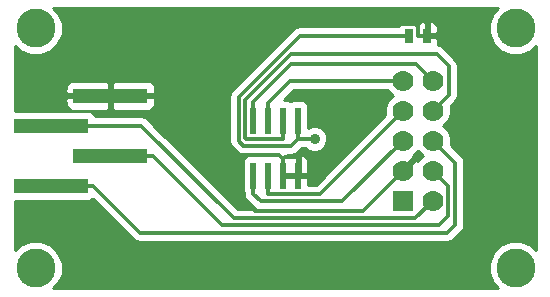
<source format=gtl>
G04 #@! TF.FileFunction,Copper,L1,Top,Signal*
%FSLAX46Y46*%
G04 Gerber Fmt 4.6, Leading zero omitted, Abs format (unit mm)*
G04 Created by KiCad (PCBNEW 4.0.4-stable) date 06/20/17 10:55:23*
%MOMM*%
%LPD*%
G01*
G04 APERTURE LIST*
%ADD10C,0.150000*%
%ADD11R,6.350000X1.270000*%
%ADD12C,3.302000*%
%ADD13R,0.500380X2.250440*%
%ADD14R,0.635000X1.143000*%
%ADD15R,1.778000X1.778000*%
%ADD16C,1.778000*%
%ADD17C,0.889000*%
%ADD18C,0.304800*%
%ADD19C,0.254000*%
G04 APERTURE END LIST*
D10*
D11*
X130815080Y-66675000D03*
X135884920Y-64135000D03*
X130815080Y-61595000D03*
X135884920Y-59055000D03*
D12*
X170180000Y-53340000D03*
X129540000Y-53340000D03*
X170180000Y-73660000D03*
X129540000Y-73660000D03*
D13*
X147955000Y-61175900D03*
X149225000Y-61175900D03*
X150495000Y-61175900D03*
X151765000Y-61175900D03*
X147955000Y-65826640D03*
X149225000Y-65826640D03*
X150495000Y-65826640D03*
X151765000Y-65826640D03*
D14*
X161163000Y-53975000D03*
X162687000Y-53975000D03*
D15*
X160655000Y-67945000D03*
D16*
X163195000Y-67945000D03*
X160655000Y-65405000D03*
X163195000Y-65405000D03*
X160655000Y-62865000D03*
X163195000Y-62865000D03*
X160655000Y-60325000D03*
X163195000Y-60325000D03*
X160655000Y-57785000D03*
X163195000Y-57785000D03*
D17*
X153172160Y-62715140D03*
D18*
X151765000Y-62715140D02*
X151198580Y-63281560D01*
X151198580Y-63281560D02*
X147137120Y-63281560D01*
X147137120Y-63281560D02*
X146723100Y-62867540D01*
X146723100Y-62867540D02*
X146723100Y-59141360D01*
X146723100Y-59141360D02*
X151889460Y-53975000D01*
X151889460Y-53975000D02*
X161163000Y-53975000D01*
X151765000Y-62715140D02*
X153172160Y-62715140D01*
X151765000Y-61175900D02*
X151765000Y-62715140D01*
X150495000Y-62715140D02*
X147373340Y-62715140D01*
X147373340Y-62715140D02*
X147289520Y-62631320D01*
X147289520Y-62631320D02*
X147289520Y-59443620D01*
X147289520Y-59443620D02*
X151203660Y-55529480D01*
X151203660Y-55529480D02*
X163497260Y-55529480D01*
X163497260Y-55529480D02*
X164533580Y-56565800D01*
X164533580Y-56565800D02*
X164533580Y-58986420D01*
X164533580Y-58986420D02*
X163195000Y-60325000D01*
X150495000Y-61175900D02*
X150495000Y-62715140D01*
X147955000Y-65826640D02*
X147955000Y-67365880D01*
X160655000Y-62865000D02*
X155521660Y-67998340D01*
X155521660Y-67998340D02*
X148587460Y-67998340D01*
X148587460Y-67998340D02*
X147955000Y-67365880D01*
X149225000Y-65826640D02*
X149225000Y-67365880D01*
X160655000Y-60325000D02*
X153614120Y-67365880D01*
X153614120Y-67365880D02*
X149225000Y-67365880D01*
X149225000Y-59636660D02*
X151076660Y-57785000D01*
X151076660Y-57785000D02*
X160655000Y-57785000D01*
X149225000Y-61175900D02*
X149225000Y-59636660D01*
X147955000Y-61175900D02*
X147955000Y-59580780D01*
X147955000Y-59580780D02*
X151157940Y-56377840D01*
X151157940Y-56377840D02*
X161787840Y-56377840D01*
X161787840Y-56377840D02*
X163195000Y-57785000D01*
X130815080Y-66675000D02*
X134404100Y-66675000D01*
X134404100Y-66675000D02*
X138371580Y-70642480D01*
X138371580Y-70642480D02*
X164391340Y-70642480D01*
X164391340Y-70642480D02*
X165069520Y-69964300D01*
X165069520Y-69964300D02*
X165069520Y-64739520D01*
X165069520Y-64739520D02*
X163195000Y-62865000D01*
X135884920Y-64135000D02*
X139473940Y-64135000D01*
X139473940Y-64135000D02*
X145356580Y-70017640D01*
X145356580Y-70017640D02*
X163736020Y-70017640D01*
X163736020Y-70017640D02*
X164500560Y-69253100D01*
X164500560Y-69253100D02*
X164500560Y-66710560D01*
X164500560Y-66710560D02*
X163195000Y-65405000D01*
X130815080Y-61595000D02*
X138478260Y-61595000D01*
X138478260Y-61595000D02*
X146331940Y-69448680D01*
X146331940Y-69448680D02*
X161691320Y-69448680D01*
X161691320Y-69448680D02*
X163195000Y-67945000D01*
X160655000Y-65405000D02*
X157248860Y-68811140D01*
X157248860Y-68811140D02*
X148097240Y-68811140D01*
X148097240Y-68811140D02*
X146791680Y-67505580D01*
X146791680Y-67505580D02*
X146791680Y-64066420D01*
X146791680Y-64066420D02*
X150131780Y-64066420D01*
X150131780Y-64066420D02*
X150495000Y-64429640D01*
X145420080Y-59309000D02*
X145420080Y-62694820D01*
X145420080Y-62694820D02*
X146791680Y-64066420D01*
X150495000Y-64429640D02*
X150637240Y-64287400D01*
X150637240Y-64287400D02*
X151765000Y-64287400D01*
X150495000Y-65826640D02*
X150495000Y-64429640D01*
X151765000Y-65826640D02*
X151765000Y-64287400D01*
X135884920Y-59055000D02*
X139473940Y-59055000D01*
X145420080Y-59309000D02*
X139727940Y-59309000D01*
X139727940Y-59309000D02*
X139473940Y-59055000D01*
X161955480Y-53975000D02*
X161955480Y-53243480D01*
X161955480Y-53243480D02*
X161698940Y-52986940D01*
X161698940Y-52986940D02*
X151742140Y-52986940D01*
X151742140Y-52986940D02*
X145420080Y-59309000D01*
X162687000Y-53975000D02*
X161955480Y-53975000D01*
D19*
G36*
X159773620Y-59055000D02*
X159364680Y-59463940D01*
X159133540Y-60022740D01*
X159133540Y-60627260D01*
X159164020Y-60700920D01*
X153289000Y-66578480D01*
X152646380Y-66578480D01*
X152648920Y-66111120D01*
X152648920Y-65542160D01*
X152646380Y-64825880D01*
X152646380Y-64574420D01*
X152549860Y-64343280D01*
X152372060Y-64165480D01*
X152138380Y-64068960D01*
X152046940Y-64066420D01*
X151889460Y-64223900D01*
X151889460Y-65699640D01*
X152491440Y-65699640D01*
X152648920Y-65542160D01*
X152648920Y-66111120D01*
X152491440Y-65953640D01*
X152019000Y-65953640D01*
X151889460Y-65953640D01*
X151640540Y-65953640D01*
X151511000Y-65953640D01*
X151221440Y-65953640D01*
X151038560Y-65953640D01*
X150749000Y-65953640D01*
X150619460Y-65953640D01*
X150370540Y-65953640D01*
X150368000Y-65953640D01*
X150368000Y-65699640D01*
X150370540Y-65699640D01*
X150619460Y-65699640D01*
X150749000Y-65699640D01*
X151038560Y-65699640D01*
X151221440Y-65699640D01*
X151640540Y-65699640D01*
X151640540Y-64223900D01*
X151483060Y-64066420D01*
X151391620Y-64068960D01*
X151157940Y-64165480D01*
X151130000Y-64193420D01*
X151102060Y-64165480D01*
X150868380Y-64068960D01*
X151198580Y-64068960D01*
X151498300Y-64008000D01*
X151500840Y-64008000D01*
X151754840Y-63837820D01*
X152090120Y-63502540D01*
X152433020Y-63502540D01*
X152560020Y-63629540D01*
X152956260Y-63794640D01*
X153385520Y-63794640D01*
X153781760Y-63632080D01*
X154086560Y-63327280D01*
X154251660Y-62931040D01*
X154251660Y-62501780D01*
X154089100Y-62105540D01*
X153784300Y-61800740D01*
X153388060Y-61635640D01*
X152958800Y-61635640D01*
X152646380Y-61762640D01*
X152646380Y-59926220D01*
X152549860Y-59692540D01*
X152372060Y-59514740D01*
X152140920Y-59418220D01*
X151889460Y-59418220D01*
X151391620Y-59418220D01*
X151157940Y-59514740D01*
X151130000Y-59542680D01*
X151102060Y-59514740D01*
X150870920Y-59418220D01*
X150619460Y-59418220D01*
X150555960Y-59418220D01*
X151401780Y-58572400D01*
X159334200Y-58572400D01*
X159364680Y-58646060D01*
X159773620Y-59055000D01*
X159773620Y-59055000D01*
G37*
X159773620Y-59055000D02*
X159364680Y-59463940D01*
X159133540Y-60022740D01*
X159133540Y-60627260D01*
X159164020Y-60700920D01*
X153289000Y-66578480D01*
X152646380Y-66578480D01*
X152648920Y-66111120D01*
X152648920Y-65542160D01*
X152646380Y-64825880D01*
X152646380Y-64574420D01*
X152549860Y-64343280D01*
X152372060Y-64165480D01*
X152138380Y-64068960D01*
X152046940Y-64066420D01*
X151889460Y-64223900D01*
X151889460Y-65699640D01*
X152491440Y-65699640D01*
X152648920Y-65542160D01*
X152648920Y-66111120D01*
X152491440Y-65953640D01*
X152019000Y-65953640D01*
X151889460Y-65953640D01*
X151640540Y-65953640D01*
X151511000Y-65953640D01*
X151221440Y-65953640D01*
X151038560Y-65953640D01*
X150749000Y-65953640D01*
X150619460Y-65953640D01*
X150370540Y-65953640D01*
X150368000Y-65953640D01*
X150368000Y-65699640D01*
X150370540Y-65699640D01*
X150619460Y-65699640D01*
X150749000Y-65699640D01*
X151038560Y-65699640D01*
X151221440Y-65699640D01*
X151640540Y-65699640D01*
X151640540Y-64223900D01*
X151483060Y-64066420D01*
X151391620Y-64068960D01*
X151157940Y-64165480D01*
X151130000Y-64193420D01*
X151102060Y-64165480D01*
X150868380Y-64068960D01*
X151198580Y-64068960D01*
X151498300Y-64008000D01*
X151500840Y-64008000D01*
X151754840Y-63837820D01*
X152090120Y-63502540D01*
X152433020Y-63502540D01*
X152560020Y-63629540D01*
X152956260Y-63794640D01*
X153385520Y-63794640D01*
X153781760Y-63632080D01*
X154086560Y-63327280D01*
X154251660Y-62931040D01*
X154251660Y-62501780D01*
X154089100Y-62105540D01*
X153784300Y-61800740D01*
X153388060Y-61635640D01*
X152958800Y-61635640D01*
X152646380Y-61762640D01*
X152646380Y-59926220D01*
X152549860Y-59692540D01*
X152372060Y-59514740D01*
X152140920Y-59418220D01*
X151889460Y-59418220D01*
X151391620Y-59418220D01*
X151157940Y-59514740D01*
X151130000Y-59542680D01*
X151102060Y-59514740D01*
X150870920Y-59418220D01*
X150619460Y-59418220D01*
X150555960Y-59418220D01*
X151401780Y-58572400D01*
X159334200Y-58572400D01*
X159364680Y-58646060D01*
X159773620Y-59055000D01*
G36*
X162313620Y-64135000D02*
X161904680Y-64543940D01*
X161884360Y-64592200D01*
X161706560Y-64533780D01*
X160924240Y-65316100D01*
X160835340Y-65405000D01*
X160655000Y-65585340D01*
X160474660Y-65405000D01*
X160655000Y-65224660D01*
X160743900Y-65135760D01*
X161526220Y-64353440D01*
X161465260Y-64173100D01*
X161516060Y-64155320D01*
X161925000Y-63746380D01*
X162313620Y-64135000D01*
X162313620Y-64135000D01*
G37*
X162313620Y-64135000D02*
X161904680Y-64543940D01*
X161884360Y-64592200D01*
X161706560Y-64533780D01*
X160924240Y-65316100D01*
X160835340Y-65405000D01*
X160655000Y-65585340D01*
X160474660Y-65405000D01*
X160655000Y-65224660D01*
X160743900Y-65135760D01*
X161526220Y-64353440D01*
X161465260Y-64173100D01*
X161516060Y-64155320D01*
X161925000Y-63746380D01*
X162313620Y-64135000D01*
G36*
X171894500Y-72141080D02*
X171477940Y-71724520D01*
X170637200Y-71374000D01*
X169727880Y-71374000D01*
X168887140Y-71721980D01*
X168244520Y-72362060D01*
X167894000Y-73202800D01*
X167894000Y-74112120D01*
X168241980Y-74952860D01*
X168661080Y-75374500D01*
X131056380Y-75374500D01*
X131475480Y-74957940D01*
X131826000Y-74117200D01*
X131826000Y-73207880D01*
X131478020Y-72367140D01*
X130837940Y-71724520D01*
X129997200Y-71374000D01*
X129087880Y-71374000D01*
X128247140Y-71721980D01*
X127825500Y-72141080D01*
X127825500Y-67942460D01*
X134114540Y-67942460D01*
X134348220Y-67845940D01*
X134404100Y-67787520D01*
X137815320Y-71198740D01*
X138069320Y-71368920D01*
X138071860Y-71368920D01*
X138371580Y-71429880D01*
X164391340Y-71429880D01*
X164691060Y-71368920D01*
X164693600Y-71368920D01*
X164947600Y-71198740D01*
X165625780Y-70523100D01*
X165625780Y-70520560D01*
X165795960Y-70266560D01*
X165854380Y-69964300D01*
X165856920Y-69964300D01*
X165856920Y-64739520D01*
X165795960Y-64437260D01*
X165625780Y-64183260D01*
X165625780Y-64180720D01*
X164683440Y-63240920D01*
X164716460Y-63167260D01*
X164716460Y-62562740D01*
X164485320Y-62003940D01*
X164076380Y-61595000D01*
X164485320Y-61186060D01*
X164716460Y-60627260D01*
X164716460Y-60022740D01*
X164683440Y-59946540D01*
X165089840Y-59542680D01*
X165260020Y-59288680D01*
X165260020Y-59286140D01*
X165320980Y-58986420D01*
X165320980Y-56565800D01*
X165318440Y-56563260D01*
X165260020Y-56263540D01*
X165089840Y-56009540D01*
X165087300Y-56007000D01*
X164053520Y-54973220D01*
X163799520Y-54803040D01*
X163598860Y-54762400D01*
X163636960Y-54673500D01*
X163636960Y-54422040D01*
X163639500Y-54259480D01*
X163639500Y-53690520D01*
X163636960Y-53527960D01*
X163636960Y-53276500D01*
X163540440Y-53045360D01*
X163362640Y-52867560D01*
X163128960Y-52771040D01*
X162971480Y-52768500D01*
X162814000Y-52925980D01*
X162814000Y-53848000D01*
X163482020Y-53848000D01*
X163639500Y-53690520D01*
X163639500Y-54259480D01*
X163482020Y-54102000D01*
X162941000Y-54102000D01*
X162814000Y-54102000D01*
X162560000Y-54102000D01*
X162560000Y-53848000D01*
X162560000Y-53721000D01*
X162560000Y-52925980D01*
X162402520Y-52768500D01*
X162245040Y-52771040D01*
X162011360Y-52867560D01*
X161925000Y-52953920D01*
X161838640Y-52867560D01*
X161607500Y-52771040D01*
X161356040Y-52771040D01*
X160721040Y-52771040D01*
X160487360Y-52867560D01*
X160309560Y-53045360D01*
X160248600Y-53187600D01*
X151889460Y-53187600D01*
X151587200Y-53248560D01*
X151460200Y-53332380D01*
X151330660Y-53418740D01*
X146166840Y-58585100D01*
X145996660Y-58839100D01*
X145935700Y-59141360D01*
X145935700Y-62867540D01*
X145996660Y-63169800D01*
X146166840Y-63423800D01*
X146578320Y-63837820D01*
X146580860Y-63837820D01*
X146707860Y-63921640D01*
X146834860Y-64008000D01*
X146837400Y-64008000D01*
X147137120Y-64068960D01*
X147581620Y-64068960D01*
X147347940Y-64165480D01*
X147170140Y-64343280D01*
X147073620Y-64574420D01*
X147073620Y-64825880D01*
X147073620Y-67076320D01*
X147167600Y-67302380D01*
X147167600Y-67365880D01*
X147228560Y-67668140D01*
X147398740Y-67922140D01*
X148031200Y-68554600D01*
X148188680Y-68661280D01*
X146657060Y-68661280D01*
X139694920Y-61699140D01*
X139694920Y-59339480D01*
X139694920Y-58770520D01*
X139692380Y-58295540D01*
X139595860Y-58061860D01*
X139418060Y-57884060D01*
X139186920Y-57787540D01*
X138935460Y-57787540D01*
X136169400Y-57785000D01*
X136011920Y-57942480D01*
X136011920Y-58928000D01*
X139537440Y-58928000D01*
X139694920Y-58770520D01*
X139694920Y-59339480D01*
X139537440Y-59182000D01*
X136011920Y-59182000D01*
X136011920Y-60167520D01*
X136169400Y-60325000D01*
X138935460Y-60322460D01*
X139186920Y-60322460D01*
X139418060Y-60225940D01*
X139595860Y-60048140D01*
X139692380Y-59814460D01*
X139694920Y-59339480D01*
X139694920Y-61699140D01*
X139034520Y-61038740D01*
X138780520Y-60868560D01*
X138478260Y-60807600D01*
X135757920Y-60807600D01*
X135757920Y-60167520D01*
X135757920Y-59182000D01*
X135757920Y-58928000D01*
X135757920Y-57942480D01*
X135600440Y-57785000D01*
X132834380Y-57787540D01*
X132582920Y-57787540D01*
X132351780Y-57884060D01*
X132173980Y-58061860D01*
X132077460Y-58295540D01*
X132074920Y-58770520D01*
X132232400Y-58928000D01*
X135757920Y-58928000D01*
X135757920Y-59182000D01*
X132232400Y-59182000D01*
X132074920Y-59339480D01*
X132077460Y-59814460D01*
X132173980Y-60048140D01*
X132351780Y-60225940D01*
X132582920Y-60322460D01*
X132834380Y-60322460D01*
X135600440Y-60325000D01*
X135757920Y-60167520D01*
X135757920Y-60807600D01*
X134609840Y-60807600D01*
X134526020Y-60601860D01*
X134348220Y-60424060D01*
X134117080Y-60327540D01*
X133865620Y-60327540D01*
X127825500Y-60327540D01*
X127825500Y-54856380D01*
X128242060Y-55275480D01*
X129082800Y-55626000D01*
X129992120Y-55626000D01*
X130832860Y-55278020D01*
X131475480Y-54637940D01*
X131826000Y-53797200D01*
X131826000Y-52887880D01*
X131478020Y-52047140D01*
X131056380Y-51625500D01*
X168661080Y-51625500D01*
X168244520Y-52042060D01*
X167894000Y-52882800D01*
X167894000Y-53792120D01*
X168241980Y-54632860D01*
X168882060Y-55275480D01*
X169722800Y-55626000D01*
X170632120Y-55626000D01*
X171472860Y-55278020D01*
X171894500Y-54856380D01*
X171894500Y-72141080D01*
X171894500Y-72141080D01*
G37*
X171894500Y-72141080D02*
X171477940Y-71724520D01*
X170637200Y-71374000D01*
X169727880Y-71374000D01*
X168887140Y-71721980D01*
X168244520Y-72362060D01*
X167894000Y-73202800D01*
X167894000Y-74112120D01*
X168241980Y-74952860D01*
X168661080Y-75374500D01*
X131056380Y-75374500D01*
X131475480Y-74957940D01*
X131826000Y-74117200D01*
X131826000Y-73207880D01*
X131478020Y-72367140D01*
X130837940Y-71724520D01*
X129997200Y-71374000D01*
X129087880Y-71374000D01*
X128247140Y-71721980D01*
X127825500Y-72141080D01*
X127825500Y-67942460D01*
X134114540Y-67942460D01*
X134348220Y-67845940D01*
X134404100Y-67787520D01*
X137815320Y-71198740D01*
X138069320Y-71368920D01*
X138071860Y-71368920D01*
X138371580Y-71429880D01*
X164391340Y-71429880D01*
X164691060Y-71368920D01*
X164693600Y-71368920D01*
X164947600Y-71198740D01*
X165625780Y-70523100D01*
X165625780Y-70520560D01*
X165795960Y-70266560D01*
X165854380Y-69964300D01*
X165856920Y-69964300D01*
X165856920Y-64739520D01*
X165795960Y-64437260D01*
X165625780Y-64183260D01*
X165625780Y-64180720D01*
X164683440Y-63240920D01*
X164716460Y-63167260D01*
X164716460Y-62562740D01*
X164485320Y-62003940D01*
X164076380Y-61595000D01*
X164485320Y-61186060D01*
X164716460Y-60627260D01*
X164716460Y-60022740D01*
X164683440Y-59946540D01*
X165089840Y-59542680D01*
X165260020Y-59288680D01*
X165260020Y-59286140D01*
X165320980Y-58986420D01*
X165320980Y-56565800D01*
X165318440Y-56563260D01*
X165260020Y-56263540D01*
X165089840Y-56009540D01*
X165087300Y-56007000D01*
X164053520Y-54973220D01*
X163799520Y-54803040D01*
X163598860Y-54762400D01*
X163636960Y-54673500D01*
X163636960Y-54422040D01*
X163639500Y-54259480D01*
X163639500Y-53690520D01*
X163636960Y-53527960D01*
X163636960Y-53276500D01*
X163540440Y-53045360D01*
X163362640Y-52867560D01*
X163128960Y-52771040D01*
X162971480Y-52768500D01*
X162814000Y-52925980D01*
X162814000Y-53848000D01*
X163482020Y-53848000D01*
X163639500Y-53690520D01*
X163639500Y-54259480D01*
X163482020Y-54102000D01*
X162941000Y-54102000D01*
X162814000Y-54102000D01*
X162560000Y-54102000D01*
X162560000Y-53848000D01*
X162560000Y-53721000D01*
X162560000Y-52925980D01*
X162402520Y-52768500D01*
X162245040Y-52771040D01*
X162011360Y-52867560D01*
X161925000Y-52953920D01*
X161838640Y-52867560D01*
X161607500Y-52771040D01*
X161356040Y-52771040D01*
X160721040Y-52771040D01*
X160487360Y-52867560D01*
X160309560Y-53045360D01*
X160248600Y-53187600D01*
X151889460Y-53187600D01*
X151587200Y-53248560D01*
X151460200Y-53332380D01*
X151330660Y-53418740D01*
X146166840Y-58585100D01*
X145996660Y-58839100D01*
X145935700Y-59141360D01*
X145935700Y-62867540D01*
X145996660Y-63169800D01*
X146166840Y-63423800D01*
X146578320Y-63837820D01*
X146580860Y-63837820D01*
X146707860Y-63921640D01*
X146834860Y-64008000D01*
X146837400Y-64008000D01*
X147137120Y-64068960D01*
X147581620Y-64068960D01*
X147347940Y-64165480D01*
X147170140Y-64343280D01*
X147073620Y-64574420D01*
X147073620Y-64825880D01*
X147073620Y-67076320D01*
X147167600Y-67302380D01*
X147167600Y-67365880D01*
X147228560Y-67668140D01*
X147398740Y-67922140D01*
X148031200Y-68554600D01*
X148188680Y-68661280D01*
X146657060Y-68661280D01*
X139694920Y-61699140D01*
X139694920Y-59339480D01*
X139694920Y-58770520D01*
X139692380Y-58295540D01*
X139595860Y-58061860D01*
X139418060Y-57884060D01*
X139186920Y-57787540D01*
X138935460Y-57787540D01*
X136169400Y-57785000D01*
X136011920Y-57942480D01*
X136011920Y-58928000D01*
X139537440Y-58928000D01*
X139694920Y-58770520D01*
X139694920Y-59339480D01*
X139537440Y-59182000D01*
X136011920Y-59182000D01*
X136011920Y-60167520D01*
X136169400Y-60325000D01*
X138935460Y-60322460D01*
X139186920Y-60322460D01*
X139418060Y-60225940D01*
X139595860Y-60048140D01*
X139692380Y-59814460D01*
X139694920Y-59339480D01*
X139694920Y-61699140D01*
X139034520Y-61038740D01*
X138780520Y-60868560D01*
X138478260Y-60807600D01*
X135757920Y-60807600D01*
X135757920Y-60167520D01*
X135757920Y-59182000D01*
X135757920Y-58928000D01*
X135757920Y-57942480D01*
X135600440Y-57785000D01*
X132834380Y-57787540D01*
X132582920Y-57787540D01*
X132351780Y-57884060D01*
X132173980Y-58061860D01*
X132077460Y-58295540D01*
X132074920Y-58770520D01*
X132232400Y-58928000D01*
X135757920Y-58928000D01*
X135757920Y-59182000D01*
X132232400Y-59182000D01*
X132074920Y-59339480D01*
X132077460Y-59814460D01*
X132173980Y-60048140D01*
X132351780Y-60225940D01*
X132582920Y-60322460D01*
X132834380Y-60322460D01*
X135600440Y-60325000D01*
X135757920Y-60167520D01*
X135757920Y-60807600D01*
X134609840Y-60807600D01*
X134526020Y-60601860D01*
X134348220Y-60424060D01*
X134117080Y-60327540D01*
X133865620Y-60327540D01*
X127825500Y-60327540D01*
X127825500Y-54856380D01*
X128242060Y-55275480D01*
X129082800Y-55626000D01*
X129992120Y-55626000D01*
X130832860Y-55278020D01*
X131475480Y-54637940D01*
X131826000Y-53797200D01*
X131826000Y-52887880D01*
X131478020Y-52047140D01*
X131056380Y-51625500D01*
X168661080Y-51625500D01*
X168244520Y-52042060D01*
X167894000Y-52882800D01*
X167894000Y-53792120D01*
X168241980Y-54632860D01*
X168882060Y-55275480D01*
X169722800Y-55626000D01*
X170632120Y-55626000D01*
X171472860Y-55278020D01*
X171894500Y-54856380D01*
X171894500Y-72141080D01*
M02*

</source>
